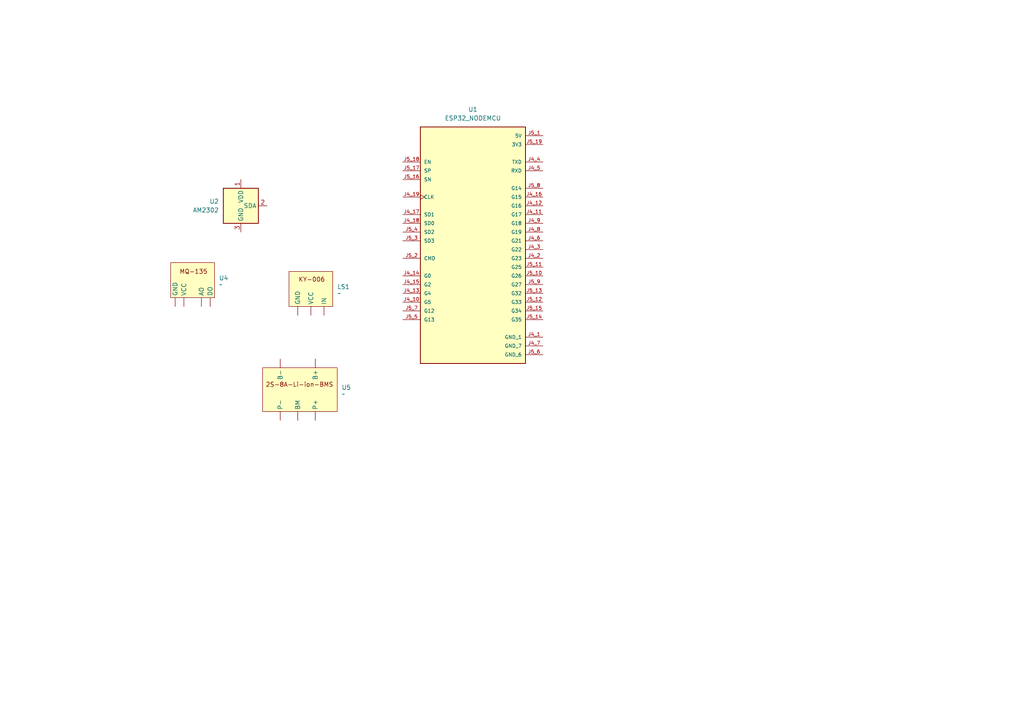
<source format=kicad_sch>
(kicad_sch (version 20231120) (generator "eeschema") (generator_version "8.0")
  (paper "A4")
  (lib_symbols
    (symbol "Sensor:AM2302"
      (property "Reference" "U" (at -3.81 6.35 0))
      (property "Value" "AM2302" (at 3.81 6.35 0))
      (symbol "AM2302_0_1"
        (rectangle (start -5.08 5.08) (end 5.08 -5.08) (stroke (width 0.254)) (fill (type background)))
      )
      (symbol "AM2302_1_1"
        (pin power_in line (at 0 7.62 270) (length 2.54) (name "VDD") (number "1"))
        (pin bidirectional line (at 7.62 0 180) (length 2.54) (name "SDA") (number "2"))
        (pin power_in line (at 0 -7.62 90) (length 2.54) (name "GND") (number "3"))
        (pin passive line (at 0 -7.62 90) (length 2.54) hide (name "GND") (number "4"))
      )
    )
    (symbol "weatherstation:2S-8A-Li-ion-Lithium-18650-BMS{lt}"
      (property "Reference" "U" (at 0 0 0))
      (symbol "2S-8A-Li-ion-Lithium-18650-BMS{lt}_1_1"
        (rectangle (start -10.16 6.35) (end 11.43 -6.35) (fill (type background)))
        (text "2S-8A-Li-ion-BMS" (at 0.508 1.524 0) (effects (font (size 1.27 1.27))))
        (pin input line (at 5.08 8.89 270) (length 2.54) (name "B+") (number ""))
        (pin input line (at -5.08 8.89 270) (length 2.54) (name "B-") (number ""))
        (pin input line (at 0 -8.89 90) (length 2.54) (name "BM") (number ""))
        (pin output line (at 5.08 -8.89 90) (length 2.54) (name "P+") (number ""))
        (pin output line (at -5.08 -8.89 90) (length 2.54) (name "P-") (number ""))
      )
    )
    (symbol "weatherstation:ESP32_NODEMCU" (pin_names (offset 1.016))
      (property "Reference" "U" (at -15.24 36.322 0))
      (property "Value" "ESP32_NODEMCU" (at -15.24 -35.56 0))
      (symbol "ESP32_NODEMCU_0_0"
        (rectangle (start -15.24 -33.02) (end 15.24 35.56) (stroke (width 0.254)) (fill (type background)))
        (pin power_in line (at 20.32 -25.4 180) (length 5.08) (name "GND_1") (number "J4_1"))
        (pin bidirectional line (at -20.32 -15.24 0) (length 5.08) (name "G5") (number "J4_10"))
        (pin bidirectional line (at 20.32 10.16 180) (length 5.08) (name "G17") (number "J4_11"))
        (pin bidirectional line (at 20.32 12.7 180) (length 5.08) (name "G16") (number "J4_12"))
        (pin bidirectional line (at -20.32 -12.7 0) (length 5.08) (name "G4") (number "J4_13"))
        (pin bidirectional line (at -20.32 -7.62 0) (length 5.08) (name "G0") (number "J4_14"))
        (pin bidirectional line (at -20.32 -10.16 0) (length 5.08) (name "G2") (number "J4_15"))
        (pin bidirectional line (at 20.32 15.24 180) (length 5.08) (name "G15") (number "J4_16"))
        (pin bidirectional line (at -20.32 10.16 0) (length 5.08) (name "SD1") (number "J4_17"))
        (pin bidirectional line (at -20.32 7.62 0) (length 5.08) (name "SD0") (number "J4_18"))
        (pin input clock (at -20.32 15.24 0) (length 5.08) (name "CLK") (number "J4_19"))
        (pin bidirectional line (at 20.32 -2.54 180) (length 5.08) (name "G23") (number "J4_2"))
        (pin bidirectional line (at 20.32 0 180) (length 5.08) (name "G22") (number "J4_3"))
        (pin output line (at 20.32 25.4 180) (length 5.08) (name "TXD") (number "J4_4"))
        (pin input line (at 20.32 22.86 180) (length 5.08) (name "RXD") (number "J4_5"))
        (pin bidirectional line (at 20.32 2.54 180) (length 5.08) (name "G21") (number "J4_6"))
        (pin power_in line (at 20.32 -27.94 180) (length 5.08) (name "GND_7") (number "J4_7"))
        (pin bidirectional line (at 20.32 5.08 180) (length 5.08) (name "G19") (number "J4_8"))
        (pin bidirectional line (at 20.32 7.62 180) (length 5.08) (name "G18") (number "J4_9"))
        (pin power_in line (at 20.32 33.02 180) (length 5.08) (name "5V") (number "J5_1"))
        (pin bidirectional line (at 20.32 -7.62 180) (length 5.08) (name "G26") (number "J5_10"))
        (pin bidirectional line (at 20.32 -5.08 180) (length 5.08) (name "G25") (number "J5_11"))
        (pin bidirectional line (at 20.32 -15.24 180) (length 5.08) (name "G33") (number "J5_12"))
        (pin bidirectional line (at 20.32 -12.7 180) (length 5.08) (name "G32") (number "J5_13"))
        (pin bidirectional line (at 20.32 -20.32 180) (length 5.08) (name "G35") (number "J5_14"))
        (pin bidirectional line (at 20.32 -17.78 180) (length 5.08) (name "G34") (number "J5_15"))
        (pin input line (at -20.32 20.32 0) (length 5.08) (name "SN") (number "J5_16"))
        (pin input line (at -20.32 22.86 0) (length 5.08) (name "SP") (number "J5_17"))
        (pin input line (at -20.32 25.4 0) (length 5.08) (name "EN") (number "J5_18"))
        (pin power_in line (at 20.32 30.48 180) (length 5.08) (name "3V3") (number "J5_19"))
        (pin bidirectional line (at -20.32 -2.54 0) (length 5.08) (name "CMD") (number "J5_2"))
        (pin bidirectional line (at -20.32 2.54 0) (length 5.08) (name "SD3") (number "J5_3"))
        (pin bidirectional line (at -20.32 5.08 0) (length 5.08) (name "SD2") (number "J5_4"))
        (pin bidirectional line (at -20.32 -20.32 0) (length 5.08) (name "G13") (number "J5_5"))
        (pin power_in line (at 20.32 -30.48 180) (length 5.08) (name "GND_6") (number "J5_6"))
        (pin bidirectional line (at -20.32 -17.78 0) (length 5.08) (name "G12") (number "J5_7"))
        (pin bidirectional line (at 20.32 17.78 180) (length 5.08) (name "G14") (number "J5_8"))
        (pin bidirectional line (at 20.32 -10.16 180) (length 5.08) (name "G27") (number "J5_9"))
      )
    )
    (symbol "weatherstation:KY-006"
      (property "Reference" "LS" (at 0 0 0))
      (symbol "KY-006_0_1"
        (rectangle (start -6.35 5.08) (end 6.35 -5.08) (fill (type background)))
      )
      (symbol "KY-006_1_1"
        (text "KY-006" (at 0.254 2.794 0) (effects (font (size 1.27 1.27))))
        (pin power_in line (at -3.81 -7.62 90) (length 2.54) (name "GND") (number ""))
        (pin input line (at 3.81 -7.62 90) (length 2.54) (name "IN") (number ""))
        (pin power_in line (at 0 -7.62 90) (length 2.54) (name "VCC") (number ""))
      )
    )
    (symbol "weatherstation:MQ-135"
      (property "Reference" "U" (at 0 0 0))
      (symbol "MQ-135_0_1"
        (rectangle (start -6.35 5.08) (end 6.35 -5.08) (fill (type background)))
      )
      (symbol "MQ-135_1_1"
        (text "MQ-135" (at 0.254 2.54 0) (effects (font (size 1.27 1.27))))
        (pin output line (at 2.54 -7.62 90) (length 2.54) (name "AO") (number ""))
        (pin output line (at 5.08 -7.62 90) (length 2.54) (name "DO") (number ""))
        (pin power_in line (at -5.08 -7.62 90) (length 2.54) (name "GND") (number ""))
        (pin power_in line (at -2.54 -7.62 90) (length 2.54) (name "VCC") (number ""))
      )
    )
  )
  (symbol (lib_id "weatherstation:MQ-135") (at 55.88 81.28 0) (unit 1)
    (property "Reference" "U4" (at 63.5 80.6449 0) (effects (justify left)))
    (property "Value" "~" (at 63.5 82.55 0) (effects (justify left)))
  )
  (symbol (lib_id "weatherstation:KY-006") (at 90.17 83.82 0) (unit 1)
    (property "Reference" "LS1" (at 97.79 83.1849 0) (effects (justify left)))
    (property "Value" "~" (at 97.79 85.09 0) (effects (justify left)))
  )
  (symbol (lib_id "weatherstation:ESP32_NODEMCU") (at 137.16 72.39 0) (unit 1)
    (property "Reference" "U1" (at 137.16 31.75 0))
    (property "Value" "ESP32_NODEMCU" (at 137.16 34.29 0))
    (property "Footprint" "ESP32_NODEMCU:MODULE_ESP32_NODEMCU" (effects (hide yes)))
    (property "MF" "AZ Delivery" (effects (hide yes)))
    (property "MAXIMUM_PACKAGE_HEIGHT" "6.6 mm" (effects (hide yes)))
    (property "Package" "Package" (effects (hide yes)))
    (property "Price" "None" (effects (hide yes)))
    (property "Check_prices" "https://www.snapeda.com/parts/ESP32%20NODEMCU/AZ+Displays/view-part/?ref=eda" (effects (hide yes)))
    (property "STANDARD" "Manufacturer Recommendations" (effects (hide yes)))
    (property "SnapEDA_Link" "https://www.snapeda.com/parts/ESP32%20NODEMCU/AZ+Displays/view-part/?ref=snap" (effects (hide yes)))
    (property "MP" "ESP32 NODEMCU" (effects (hide yes)))
    (property "Description_1" "\n                        \n                            NodeMCU is an open source loT platform. ESP32 is a series of low cost, low power\nsystem-on-chip (SoC) microcontrollers with integrated Wi-Fi and dual-mode Bluetooth.\n                        \n" (effects (hide yes)))
    (property "Availability" "Not in stock" (effects (hide yes)))
    (property "MANUFACTURER" "AZ Delivery" (effects (hide yes)))
  )
  (symbol (lib_id "Sensor:AM2302") (at 69.85 59.69 0) (unit 1)
    (property "Reference" "U2" (at 63.5 58.4199 0) (effects (justify right)))
    (property "Value" "AM2302" (at 63.5 60.9599 0) (effects (justify right)))
    (property "Footprint" "Sensor:ASAIR_AM2302_P2.54mm_Vertical" (effects (hide yes)))
    (property "Datasheet" "http://akizukidenshi.com/download/ds/aosong/AM2302.pdf" (effects (hide yes)))
    (property "Description" "3.3 to 5.0V, Temperature and humidity module,  DHT22, AM2302" (effects (hide yes)))
  )
  (symbol (lib_id "weatherstation:2S-8A-Li-ion-Lithium-18650-BMS{lt}") (at 86.36 113.03 0) (unit 1)
    (property "Reference" "U5" (at 99.06 112.3949 0) (effects (justify left)))
    (property "Value" "~" (at 99.06 114.3 0) (effects (justify left)))
  )
  (symbol (lib_id "Sensor:AM2302") (at 17.78 -22.86 0) (unit 1)
    (property "Reference" "U3" (at 11.43 -24.1301 0) (effects (justify right)))
    (property "Value" "AM2302" (at 11.43 -21.5901 0) (effects (justify right)))
    (property "Footprint" "Sensor:ASAIR_AM2302_P2.54mm_Vertical" (effects (hide yes)))
    (property "Datasheet" "http://akizukidenshi.com/download/ds/aosong/AM2302.pdf" (effects (hide yes)))
    (property "Description" "3.3 to 5.0V, Temperature and humidity module,  DHT22, AM2302" (effects (hide yes)))
  )
)
</source>
